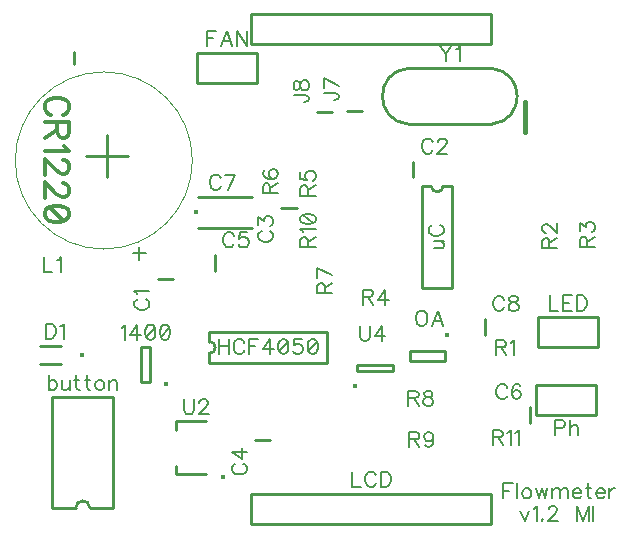
<source format=gbr>
G04 DipTrace 3.2.0.1*
G04 TopSilk.gbr*
%MOIN*%
G04 #@! TF.FileFunction,Legend,Top*
G04 #@! TF.Part,Single*
%ADD10C,0.009843*%
%ADD16C,0.001312*%
%ADD19C,0.015743*%
%ADD21C,0.015746*%
%ADD28C,0.01542*%
%ADD30C,0.015404*%
%ADD32C,0.015395*%
%ADD34C,0.015401*%
%ADD75C,0.00772*%
%ADD76C,0.015439*%
%ADD77C,0.010807*%
%ADD78C,0.012351*%
%FSLAX26Y26*%
G04*
G70*
G90*
G75*
G01*
G04 TopSilk*
%LPD*%
X924322Y1296094D2*
D10*
X975463D1*
X1777192Y1635371D2*
Y1686513D1*
X1336778Y1533570D2*
X1387920D1*
X1249287Y758651D2*
X1300429D1*
X1114761Y1322904D2*
Y1374046D1*
X2166129Y867849D2*
Y816707D1*
D19*
X1051439Y1517207D3*
X1059860Y1464333D2*
D10*
X1239866D1*
X1059860Y1570081D2*
X1239866D1*
X2014667Y1110427D2*
Y1161568D1*
X602310Y1010759D2*
X531431D1*
X602310Y1073753D2*
X531431D1*
D21*
X671200Y1042256D3*
X826151Y1706652D2*
D10*
X686138D1*
X756164Y1776614D2*
Y1636614D1*
X1237357Y579811D2*
X2037357D1*
X1237357Y479811D2*
Y579811D1*
Y479811D2*
X2037357D1*
Y579811D1*
X2387257Y842273D2*
Y942273D1*
X2187257Y842273D2*
X2387257D1*
X2187257D2*
Y942273D1*
X2387257D1*
X2193496Y1167249D2*
Y1067249D1*
X2393496Y1167249D2*
X2193496D1*
X2393496D2*
Y1067249D1*
X2193496D1*
X1256126Y1948407D2*
Y2048407D1*
X1056126Y1948407D2*
X1256126D1*
X1056126D2*
Y2048407D1*
X1256126D1*
X1606647Y1857058D2*
X1555505D1*
X1506657Y1850808D2*
X1455516D1*
X1805062Y1605370D2*
Y1266777D1*
X1907439Y1605370D2*
Y1266777D1*
X1805062D2*
X1907439D1*
X1805062Y1605370D2*
X1836556D1*
X1875945D2*
X1907439D1*
X1836556D2*
G03X1875945Y1605370I19694J-12D01*
G01*
X1085491Y644018D2*
X987085D1*
Y673558D1*
Y791643D2*
Y821184D1*
X1085491D1*
D28*
X1144121Y634921D3*
D30*
X1581474Y940058D3*
X1590675Y990199D2*
D10*
X1708780D1*
Y1009885D1*
X1590675D1*
Y990199D1*
D32*
X954019Y946601D3*
X899954Y951863D2*
D10*
Y1069971D1*
X868463Y951863D2*
Y1069971D1*
X899954D2*
X868463D1*
X899954Y951863D2*
X868463D1*
D34*
X1889210Y1108877D3*
X1883948Y1054812D2*
D10*
X1765840D1*
X1883948Y1023321D2*
X1765840D1*
Y1054812D2*
Y1023321D1*
X1883948Y1054812D2*
Y1023321D1*
X777272Y902341D2*
X572539D1*
X777272Y532262D2*
Y902341D1*
X572539Y532262D2*
Y902341D1*
X777272Y532262D2*
X698531D1*
X572539D2*
X651280D1*
X698531D2*
G03X651280Y532262I-23626J-15D01*
G01*
X1096866Y1016185D2*
X1490535D1*
X1096866Y1118561D2*
X1490535D1*
Y1016185D2*
Y1118561D1*
X1096866Y1016185D2*
Y1047678D1*
Y1087067D2*
Y1118561D1*
Y1047678D2*
G03X1096866Y1087067I-11J19694D01*
G01*
X2038197Y1997541D2*
X1758869D1*
X2038197Y1811793D2*
X1758869D1*
X2038197D2*
G03X2038197Y1997541I-8216J92874D01*
G01*
X1758869D2*
G03X1758869Y1811793I8216J-92874D01*
G01*
X1237357Y2179643D2*
X2037357D1*
X1237357Y2079643D2*
Y2179643D1*
Y2079643D2*
X2037357D1*
Y2179643D1*
X449953Y1690601D2*
D16*
G02X449953Y1690601I295276J0D01*
G01*
X859080Y1229437D2*
D75*
X854327Y1227060D1*
X849518Y1222252D1*
X847142Y1217498D1*
Y1207937D1*
X849518Y1203128D1*
X854327Y1198375D1*
X859080Y1195943D1*
X866265Y1193567D1*
X878259D1*
X885388Y1195943D1*
X890197Y1198375D1*
X894950Y1203128D1*
X897382Y1207937D1*
Y1217498D1*
X894950Y1222251D1*
X890197Y1227060D1*
X885388Y1229437D1*
X856759Y1244876D2*
X854327Y1249684D1*
X847197Y1256869D1*
X897382D1*
X1841537Y1751755D2*
X1839160Y1756508D1*
X1834352Y1761316D1*
X1829599Y1763693D1*
X1820037D1*
X1815229Y1761316D1*
X1810475Y1756508D1*
X1808044Y1751755D1*
X1805667Y1744570D1*
Y1732576D1*
X1808044Y1725446D1*
X1810475Y1720638D1*
X1815229Y1715885D1*
X1820037Y1713453D1*
X1829599D1*
X1834352Y1715885D1*
X1839160Y1720638D1*
X1841537Y1725446D1*
X1859408Y1751699D2*
Y1754076D1*
X1861785Y1758884D1*
X1864161Y1761261D1*
X1868970Y1763638D1*
X1878531D1*
X1883284Y1761261D1*
X1885661Y1758884D1*
X1888093Y1754076D1*
Y1749323D1*
X1885661Y1744514D1*
X1880908Y1737385D1*
X1856976Y1713453D1*
X1890469D1*
X1271537Y1456162D2*
X1266784Y1453785D1*
X1261975Y1448977D1*
X1259598Y1444223D1*
Y1434662D1*
X1261975Y1429853D1*
X1266783Y1425100D1*
X1271537Y1422668D1*
X1278722Y1420292D1*
X1290715D1*
X1297845Y1422668D1*
X1302653Y1425100D1*
X1307407Y1429853D1*
X1309839Y1434662D1*
Y1444223D1*
X1307407Y1448977D1*
X1302653Y1453785D1*
X1297845Y1456162D1*
X1259654Y1476409D2*
Y1502662D1*
X1278777Y1488348D1*
Y1495533D1*
X1281154Y1500286D1*
X1283530Y1502662D1*
X1290715Y1505094D1*
X1295468D1*
X1302653Y1502662D1*
X1307462Y1497909D1*
X1309838Y1490724D1*
Y1483539D1*
X1307462Y1476409D1*
X1305030Y1474033D1*
X1300277Y1471601D1*
X1184046Y680055D2*
X1179293Y677678D1*
X1174484Y672870D1*
X1172108Y668117D1*
Y658555D1*
X1174484Y653746D1*
X1179293Y648993D1*
X1184046Y646561D1*
X1191231Y644185D1*
X1203224D1*
X1210354Y646561D1*
X1215163Y648993D1*
X1219916Y653746D1*
X1222348Y658555D1*
Y668116D1*
X1219916Y672870D1*
X1215163Y677678D1*
X1210354Y680055D1*
X1222348Y719426D2*
X1172163D1*
X1205601Y695494D1*
Y731364D1*
X1179106Y1439287D2*
X1176730Y1444041D1*
X1171921Y1448849D1*
X1167168Y1451226D1*
X1157607D1*
X1152798Y1448849D1*
X1148045Y1444041D1*
X1145613Y1439287D1*
X1143237Y1432102D1*
Y1420109D1*
X1145613Y1412979D1*
X1148045Y1408171D1*
X1152798Y1403418D1*
X1157607Y1400986D1*
X1167168D1*
X1171921Y1403418D1*
X1176730Y1408171D1*
X1179106Y1412979D1*
X1223231Y1451170D2*
X1199354D1*
X1196978Y1429671D1*
X1199354Y1432047D1*
X1206539Y1434479D1*
X1213669D1*
X1220854Y1432047D1*
X1225662Y1427294D1*
X1228039Y1420109D1*
Y1415356D1*
X1225662Y1408171D1*
X1220854Y1403362D1*
X1213669Y1400986D1*
X1206539D1*
X1199354Y1403362D1*
X1196978Y1405794D1*
X1194546Y1410547D1*
X2089937Y933091D2*
X2087560Y937844D1*
X2082752Y942652D1*
X2077998Y945029D1*
X2068437D1*
X2063628Y942652D1*
X2058875Y937844D1*
X2056443Y933091D1*
X2054067Y925906D1*
Y913912D1*
X2056443Y906782D1*
X2058875Y901974D1*
X2063628Y897221D1*
X2068437Y894789D1*
X2077998D1*
X2082752Y897221D1*
X2087560Y901974D1*
X2089937Y906782D1*
X2134061Y937844D2*
X2131684Y942597D1*
X2124499Y944974D1*
X2119746D1*
X2112561Y942597D1*
X2107752Y935412D1*
X2105376Y923474D1*
Y911536D1*
X2107752Y901974D1*
X2112561Y897165D1*
X2119746Y894789D1*
X2122122D1*
X2129252Y897165D1*
X2134061Y901974D1*
X2136437Y909159D1*
Y911536D1*
X2134061Y918721D1*
X2129252Y923474D1*
X2122122Y925850D1*
X2119746D1*
X2112561Y923474D1*
X2107752Y918721D1*
X2105376Y911536D1*
X1135185Y1631366D2*
X1132809Y1636119D1*
X1128000Y1640928D1*
X1123247Y1643304D1*
X1113685D1*
X1108877Y1640928D1*
X1104124Y1636119D1*
X1101692Y1631366D1*
X1099315Y1624181D1*
Y1612188D1*
X1101692Y1605058D1*
X1104124Y1600249D1*
X1108877Y1595496D1*
X1113685Y1593064D1*
X1123247D1*
X1128000Y1595496D1*
X1132809Y1600249D1*
X1135185Y1605058D1*
X1160186Y1593064D2*
X1184118Y1643249D1*
X1150624D1*
X2079040Y1226810D2*
X2076663Y1231563D1*
X2071855Y1236371D1*
X2067101Y1238748D1*
X2057540D1*
X2052731Y1236371D1*
X2047978Y1231563D1*
X2045546Y1226810D1*
X2043170Y1219625D1*
Y1207631D1*
X2045546Y1200501D1*
X2047978Y1195693D1*
X2052731Y1190940D1*
X2057540Y1188508D1*
X2067101D1*
X2071855Y1190940D1*
X2076663Y1195693D1*
X2079040Y1200501D1*
X2106417Y1238693D2*
X2099287Y1236316D1*
X2096855Y1231563D1*
Y1226755D1*
X2099287Y1222001D1*
X2104040Y1219569D1*
X2113602Y1217193D1*
X2120787Y1214816D1*
X2125540Y1210008D1*
X2127917Y1205255D1*
Y1198070D1*
X2125540Y1193316D1*
X2123164Y1190885D1*
X2115979Y1188508D1*
X2106417D1*
X2099287Y1190885D1*
X2096855Y1193316D1*
X2094479Y1198070D1*
Y1205255D1*
X2096855Y1210008D1*
X2101664Y1214816D1*
X2108794Y1217193D1*
X2118355Y1219569D1*
X2123164Y1222001D1*
X2125540Y1226755D1*
Y1231563D1*
X2123164Y1236316D1*
X2115979Y1238693D1*
X2106417D1*
X551170Y1146976D2*
Y1096736D1*
X567916D1*
X575101Y1099168D1*
X579910Y1103921D1*
X582286Y1108730D1*
X584663Y1115860D1*
Y1127853D1*
X582286Y1135038D1*
X579910Y1139791D1*
X575101Y1144600D1*
X567916Y1146976D1*
X551170D1*
X600102Y1137359D2*
X604911Y1139791D1*
X612096Y1146921D1*
Y1096736D1*
X1572894Y653034D2*
Y602794D1*
X1601579D1*
X1652888Y641096D2*
X1650511Y645849D1*
X1645703Y650658D1*
X1640949Y653034D1*
X1631388D1*
X1626579Y650658D1*
X1621826Y645849D1*
X1619394Y641096D1*
X1617018Y633911D1*
Y621917D1*
X1619394Y614788D1*
X1621826Y609979D1*
X1626579Y605226D1*
X1631388Y602794D1*
X1640949D1*
X1645703Y605226D1*
X1650511Y609979D1*
X1652888Y614788D1*
X1668327Y653034D2*
Y602794D1*
X1685074D1*
X1692259Y605226D1*
X1697067Y609979D1*
X1699444Y614788D1*
X1701820Y621917D1*
Y633911D1*
X1699444Y641096D1*
X1697067Y645849D1*
X1692259Y650658D1*
X1685074Y653034D1*
X1668327D1*
X2249637Y799006D2*
X2271192D1*
X2278322Y801383D1*
X2280754Y803814D1*
X2283130Y808568D1*
Y815753D1*
X2280754Y820506D1*
X2278322Y822938D1*
X2271192Y825314D1*
X2249637D1*
Y775074D1*
X2298569Y825314D2*
Y775074D1*
Y799006D2*
X2305754Y806191D1*
X2310563Y808568D1*
X2317748D1*
X2322501Y806191D1*
X2324878Y799006D1*
Y775074D1*
X2231437Y1240472D2*
Y1190232D1*
X2260122D1*
X2306623Y1240472D2*
X2275561D1*
Y1190232D1*
X2306623D1*
X2275561Y1216541D2*
X2294684D1*
X2322062Y1240472D2*
Y1190232D1*
X2338808D1*
X2345994Y1192664D1*
X2350802Y1197417D1*
X2353179Y1202226D1*
X2355555Y1209356D1*
Y1221349D1*
X2353179Y1228534D1*
X2350802Y1233287D1*
X2345994Y1238096D1*
X2338808Y1240472D1*
X2322062D1*
X1120348Y2121630D2*
X1089231D1*
Y2071390D1*
Y2097698D2*
X1108354D1*
X1174089Y2071390D2*
X1154910Y2121630D1*
X1135787Y2071390D1*
X1142972Y2088137D2*
X1166904D1*
X1223021Y2121630D2*
Y2071390D1*
X1189528Y2121630D1*
Y2071390D1*
X1478326Y1915434D2*
X1516572D1*
X1523757Y1913057D1*
X1526134Y1910626D1*
X1528566Y1905872D1*
Y1901064D1*
X1526134Y1896311D1*
X1523757Y1893934D1*
X1516572Y1891502D1*
X1511819D1*
X1528566Y1940435D2*
X1478381Y1964367D1*
Y1930873D1*
X1378336Y1909212D2*
X1416583D1*
X1423768Y1906836D1*
X1426144Y1904404D1*
X1428576Y1899651D1*
Y1894842D1*
X1426144Y1890089D1*
X1423768Y1887713D1*
X1416582Y1885281D1*
X1411829D1*
X1378391Y1936590D2*
X1380768Y1929460D1*
X1385521Y1927028D1*
X1390330D1*
X1395083Y1929460D1*
X1397515Y1934213D1*
X1399891Y1943775D1*
X1402268Y1950960D1*
X1407076Y1955713D1*
X1411829Y1958090D1*
X1419014D1*
X1423768Y1955713D1*
X1426199Y1953336D1*
X1428576Y1946151D1*
Y1936590D1*
X1426199Y1929460D1*
X1423768Y1927028D1*
X1419014Y1924652D1*
X1411829D1*
X1407076Y1927028D1*
X1402268Y1931837D1*
X1399891Y1938966D1*
X1397515Y1948528D1*
X1395083Y1953336D1*
X1390330Y1955713D1*
X1385521D1*
X1380768Y1953336D1*
X1378391Y1946151D1*
Y1936590D1*
X545343Y1367577D2*
Y1317337D1*
X574028D1*
X589467Y1357961D2*
X594275Y1360392D1*
X601460Y1367522D1*
Y1317337D1*
X2052684Y1067394D2*
X2074184D1*
X2081369Y1069826D1*
X2083801Y1072202D1*
X2086177Y1076955D1*
Y1081764D1*
X2083801Y1086517D1*
X2081369Y1088949D1*
X2074184Y1091325D1*
X2052684D1*
Y1041085D1*
X2069431Y1067394D2*
X2086177Y1041085D1*
X2101617Y1081709D2*
X2106425Y1084140D1*
X2113610Y1091270D1*
Y1041085D1*
X2230774Y1398785D2*
Y1420284D1*
X2228342Y1427469D1*
X2225966Y1429901D1*
X2221213Y1432278D1*
X2216404D1*
X2211651Y1429901D1*
X2209219Y1427469D1*
X2206843Y1420284D1*
Y1398785D1*
X2257083D1*
X2230774Y1415531D2*
X2257083Y1432278D1*
X2218836Y1450149D2*
X2216460D1*
X2211651Y1452526D1*
X2209274Y1454902D1*
X2206898Y1459711D1*
Y1469272D1*
X2209274Y1474025D1*
X2211651Y1476402D1*
X2216460Y1478834D1*
X2221213D1*
X2226021Y1476402D1*
X2233151Y1471649D1*
X2257083Y1447717D1*
Y1481210D1*
X2355761Y1403220D2*
Y1424720D1*
X2353329Y1431905D1*
X2350953Y1434337D1*
X2346200Y1436714D1*
X2341391D1*
X2336638Y1434337D1*
X2334206Y1431905D1*
X2331829Y1424720D1*
Y1403220D1*
X2382069D1*
X2355761Y1419967D2*
X2382069Y1436713D1*
X2331885Y1456961D2*
Y1483214D1*
X2351008Y1468899D1*
Y1476084D1*
X2353385Y1480838D1*
X2355761Y1483214D1*
X2362946Y1485646D1*
X2367699D1*
X2374884Y1483214D1*
X2379693Y1478461D1*
X2382069Y1471276D1*
Y1464091D1*
X2379693Y1456961D1*
X2377261Y1454585D1*
X2372508Y1452153D1*
X1424609Y1573766D2*
Y1595266D1*
X1422177Y1602451D1*
X1419801Y1604883D1*
X1415047Y1607259D1*
X1410239D1*
X1405486Y1604883D1*
X1403054Y1602451D1*
X1400677Y1595266D1*
Y1573766D1*
X1450917D1*
X1424609Y1590513D2*
X1450917Y1607259D1*
X1400733Y1651384D2*
Y1627507D1*
X1422232Y1625131D1*
X1419856Y1627507D1*
X1417424Y1634692D1*
Y1641822D1*
X1419856Y1649007D1*
X1424609Y1653815D1*
X1431794Y1656192D1*
X1436547D1*
X1443732Y1653815D1*
X1448541Y1649007D1*
X1450917Y1641822D1*
Y1634692D1*
X1448541Y1627507D1*
X1446109Y1625131D1*
X1441356Y1622699D1*
X1299622Y1581231D2*
Y1602731D1*
X1297190Y1609916D1*
X1294814Y1612348D1*
X1290060Y1614725D1*
X1285252D1*
X1280499Y1612348D1*
X1278067Y1609916D1*
X1275690Y1602731D1*
Y1581231D1*
X1325930D1*
X1299622Y1597978D2*
X1325930Y1614725D1*
X1282875Y1658849D2*
X1278122Y1656472D1*
X1275746Y1649287D1*
Y1644534D1*
X1278122Y1637349D1*
X1285307Y1632541D1*
X1297245Y1630164D1*
X1309184D1*
X1318745Y1632541D1*
X1323554Y1637349D1*
X1325930Y1644534D1*
Y1646911D1*
X1323554Y1654040D1*
X1318745Y1658849D1*
X1311560Y1661225D1*
X1309184D1*
X1301999Y1658849D1*
X1297245Y1654040D1*
X1294869Y1646911D1*
Y1644534D1*
X1297245Y1637349D1*
X1301999Y1632541D1*
X1309184Y1630164D1*
X1480853Y1248800D2*
Y1270300D1*
X1478421Y1277485D1*
X1476045Y1279917D1*
X1471291Y1282294D1*
X1466483D1*
X1461730Y1279917D1*
X1459298Y1277485D1*
X1456921Y1270300D1*
Y1248800D1*
X1507161D1*
X1480853Y1265547D2*
X1507161Y1282294D1*
Y1307294D2*
X1456977Y1331226D1*
Y1297733D1*
X1760836Y898756D2*
X1782336D1*
X1789521Y901188D1*
X1791952Y903564D1*
X1794329Y908318D1*
Y913126D1*
X1791952Y917879D1*
X1789521Y920311D1*
X1782336Y922688D1*
X1760836D1*
Y872448D1*
X1777582Y898756D2*
X1794329Y872448D1*
X1821706Y922632D2*
X1814577Y920256D1*
X1812145Y915503D1*
Y910694D1*
X1814577Y905941D1*
X1819330Y903509D1*
X1828892Y901133D1*
X1836077Y898756D1*
X1840830Y893947D1*
X1843206Y889194D1*
Y882009D1*
X1840830Y877256D1*
X1838453Y874824D1*
X1831268Y872448D1*
X1821706D1*
X1814577Y874824D1*
X1812145Y877256D1*
X1809768Y882009D1*
Y889194D1*
X1812145Y893947D1*
X1816953Y898756D1*
X1824083Y901133D1*
X1833645Y903509D1*
X1838453Y905941D1*
X1840830Y910694D1*
Y915503D1*
X1838453Y920256D1*
X1831268Y922632D1*
X1821706D1*
X1763810Y761270D2*
X1785310D1*
X1792495Y763702D1*
X1794927Y766079D1*
X1797303Y770832D1*
Y775640D1*
X1794927Y780394D1*
X1792495Y782825D1*
X1785310Y785202D1*
X1763810D1*
Y734962D1*
X1780557Y761270D2*
X1797303Y734962D1*
X1843859Y768455D2*
X1841427Y761270D1*
X1836674Y756462D1*
X1829489Y754085D1*
X1827113D1*
X1819928Y756462D1*
X1815174Y761270D1*
X1812743Y768455D1*
Y770832D1*
X1815174Y778017D1*
X1819928Y782770D1*
X1827113Y785147D1*
X1829489D1*
X1836674Y782770D1*
X1841427Y778017D1*
X1843859Y768455D1*
Y756462D1*
X1841427Y744524D1*
X1836674Y737339D1*
X1829489Y734962D1*
X1824736D1*
X1817551Y737339D1*
X1815174Y742147D1*
X1424609Y1402003D2*
Y1423502D1*
X1422177Y1430687D1*
X1419801Y1433119D1*
X1415047Y1435496D1*
X1410239D1*
X1405486Y1433119D1*
X1403054Y1430687D1*
X1400677Y1423502D1*
Y1402003D1*
X1450917D1*
X1424609Y1418749D2*
X1450917Y1435496D1*
X1410294Y1450935D2*
X1407862Y1455744D1*
X1400733Y1462929D1*
X1450917D1*
X1400733Y1492738D2*
X1403109Y1485553D1*
X1410294Y1480744D1*
X1422232Y1478368D1*
X1429417D1*
X1441356Y1480744D1*
X1448541Y1485553D1*
X1450917Y1492738D1*
Y1497491D1*
X1448541Y1504676D1*
X1441356Y1509429D1*
X1429417Y1511861D1*
X1422232D1*
X1410294Y1509429D1*
X1403109Y1504676D1*
X1400733Y1497491D1*
Y1492738D1*
X1410294Y1509429D2*
X1441356Y1480744D1*
X2040876Y767520D2*
X2062376D1*
X2069561Y769952D1*
X2071992Y772328D1*
X2074369Y777081D1*
Y781890D1*
X2071992Y786643D1*
X2069561Y789075D1*
X2062376Y791451D1*
X2040876D1*
Y741211D1*
X2057622Y767520D2*
X2074369Y741211D1*
X2089808Y781835D2*
X2094617Y784266D1*
X2101802Y791396D1*
Y741211D1*
X2117241Y781835D2*
X2122049Y784266D1*
X2129235Y791396D1*
Y741211D1*
X1844865Y1397265D2*
X1868797D1*
X1875927Y1399641D1*
X1878359Y1404450D1*
Y1411635D1*
X1875927Y1416388D1*
X1868797Y1423573D1*
X1844865D2*
X1878359D1*
X1840057Y1474882D2*
X1835304Y1472506D1*
X1830495Y1467697D1*
X1828119Y1462944D1*
Y1453382D1*
X1830495Y1448574D1*
X1835304Y1443821D1*
X1840057Y1441389D1*
X1847242Y1439012D1*
X1859235D1*
X1866365Y1441389D1*
X1871173Y1443821D1*
X1875927Y1448574D1*
X1878359Y1453382D1*
Y1462944D1*
X1875927Y1467697D1*
X1871173Y1472506D1*
X1866365Y1474882D1*
X1012795Y894407D2*
Y858537D1*
X1015172Y851352D1*
X1019980Y846599D1*
X1027165Y844167D1*
X1031918D1*
X1039103Y846599D1*
X1043912Y851352D1*
X1046288Y858537D1*
Y894407D1*
X1064159Y882413D2*
Y884790D1*
X1066536Y889598D1*
X1068913Y891975D1*
X1073721Y894352D1*
X1083283D1*
X1088036Y891975D1*
X1090412Y889598D1*
X1092844Y884790D1*
Y880037D1*
X1090412Y875228D1*
X1085659Y868099D1*
X1061727Y844167D1*
X1095221D1*
X1598874Y1139210D2*
Y1103340D1*
X1601251Y1096155D1*
X1606059Y1091402D1*
X1613244Y1088970D1*
X1617998D1*
X1625183Y1091402D1*
X1629991Y1096155D1*
X1632368Y1103340D1*
Y1139210D1*
X1671739Y1088970D2*
Y1139155D1*
X1647807Y1105717D1*
X1683677D1*
X804995Y1133577D2*
X809803Y1136009D1*
X816988Y1143139D1*
Y1092954D1*
X856359D2*
Y1143139D1*
X832428Y1109701D1*
X868297D1*
X898107Y1143139D2*
X890922Y1140762D1*
X886113Y1133577D1*
X883737Y1121639D1*
Y1114454D1*
X886113Y1102516D1*
X890922Y1095331D1*
X898107Y1092954D1*
X902860D1*
X910045Y1095331D1*
X914798Y1102516D1*
X917230Y1114454D1*
Y1121639D1*
X914798Y1133577D1*
X910045Y1140762D1*
X902860Y1143139D1*
X898107D1*
X914798Y1133577D2*
X886113Y1102516D1*
X947039Y1143139D2*
X939854Y1140762D1*
X935046Y1133577D1*
X932669Y1121639D1*
Y1114454D1*
X935046Y1102516D1*
X939854Y1095331D1*
X947039Y1092954D1*
X951793D1*
X958978Y1095331D1*
X963731Y1102516D1*
X966163Y1114454D1*
Y1121639D1*
X963731Y1133577D1*
X958978Y1140762D1*
X951793Y1143139D1*
X947039D1*
X963731Y1133577D2*
X935046Y1102516D1*
X1799752Y1189798D2*
X1794943Y1187421D1*
X1790190Y1182613D1*
X1787758Y1177860D1*
X1785382Y1170675D1*
Y1158681D1*
X1787758Y1151551D1*
X1790190Y1146743D1*
X1794943Y1141990D1*
X1799752Y1139558D1*
X1809313D1*
X1814066Y1141990D1*
X1818875Y1146743D1*
X1821251Y1151551D1*
X1823628Y1158681D1*
Y1170675D1*
X1821251Y1177860D1*
X1818875Y1182613D1*
X1814066Y1187421D1*
X1809313Y1189798D1*
X1799752D1*
X1877369Y1139558D2*
X1858191Y1189798D1*
X1839067Y1139558D1*
X1846252Y1156305D2*
X1870184D1*
X560975Y975564D2*
Y925324D1*
Y951633D2*
X565783Y956441D1*
X570537Y958818D1*
X577722D1*
X582475Y956441D1*
X587283Y951633D1*
X589660Y944448D1*
Y939694D1*
X587283Y932509D1*
X582475Y927756D1*
X577722Y925324D1*
X570537D1*
X565783Y927756D1*
X560975Y932509D1*
X605099Y958818D2*
Y934886D1*
X607476Y927756D1*
X612284Y925324D1*
X619469D1*
X624222Y927756D1*
X631407Y934886D1*
Y958818D2*
Y925324D1*
X654032Y975564D2*
Y934886D1*
X656408Y927756D1*
X661217Y925324D1*
X665970D1*
X646847Y958818D2*
X663593D1*
X688594Y975564D2*
Y934886D1*
X690971Y927756D1*
X695779Y925324D1*
X700532D1*
X681409Y958818D2*
X698156D1*
X727910D2*
X723157Y956441D1*
X718348Y951633D1*
X715972Y944448D1*
Y939694D1*
X718348Y932509D1*
X723157Y927756D1*
X727910Y925324D1*
X735095D1*
X739903Y927756D1*
X744657Y932509D1*
X747088Y939694D1*
Y944448D1*
X744657Y951633D1*
X739903Y956441D1*
X735095Y958818D1*
X727910D1*
X762528D2*
Y925324D1*
Y949256D2*
X769713Y956441D1*
X774521Y958818D1*
X781651D1*
X786459Y956441D1*
X788836Y949256D1*
Y925324D1*
X1128968Y1095505D2*
Y1045265D1*
X1162461Y1095505D2*
Y1045265D1*
X1128968Y1071573D2*
X1162461D1*
X1213771Y1083567D2*
X1211394Y1088320D1*
X1206586Y1093128D1*
X1201832Y1095505D1*
X1192271D1*
X1187462Y1093128D1*
X1182709Y1088320D1*
X1180277Y1083567D1*
X1177901Y1076382D1*
Y1064388D1*
X1180277Y1057258D1*
X1182709Y1052450D1*
X1187462Y1047697D1*
X1192271Y1045265D1*
X1201832D1*
X1206586Y1047697D1*
X1211394Y1052450D1*
X1213771Y1057258D1*
X1260327Y1095505D2*
X1229210D1*
Y1045265D1*
Y1071573D2*
X1248333D1*
X1299698Y1045265D2*
Y1095450D1*
X1275766Y1062012D1*
X1311636D1*
X1341445Y1095450D2*
X1334260Y1093073D1*
X1329452Y1085888D1*
X1327075Y1073950D1*
Y1066765D1*
X1329452Y1054827D1*
X1334260Y1047641D1*
X1341445Y1045265D1*
X1346198D1*
X1353383Y1047641D1*
X1358136Y1054827D1*
X1360568Y1066765D1*
Y1073950D1*
X1358136Y1085888D1*
X1353383Y1093073D1*
X1346198Y1095450D1*
X1341445D1*
X1358136Y1085888D2*
X1329452Y1054827D1*
X1404692Y1095450D2*
X1380816D1*
X1378439Y1073950D1*
X1380816Y1076326D1*
X1388001Y1078758D1*
X1395131D1*
X1402316Y1076326D1*
X1407124Y1071573D1*
X1409501Y1064388D1*
Y1059635D1*
X1407124Y1052450D1*
X1402316Y1047641D1*
X1395131Y1045265D1*
X1388001D1*
X1380816Y1047641D1*
X1378439Y1050073D1*
X1376008Y1054827D1*
X1439310Y1095450D2*
X1432125Y1093073D1*
X1427317Y1085888D1*
X1424940Y1073950D1*
Y1066765D1*
X1427317Y1054827D1*
X1432125Y1047641D1*
X1439310Y1045265D1*
X1444063D1*
X1451248Y1047641D1*
X1456002Y1054827D1*
X1458434Y1066765D1*
Y1073950D1*
X1456002Y1085888D1*
X1451248Y1093073D1*
X1444063Y1095450D1*
X1439310D1*
X1456002Y1085888D2*
X1427317Y1054827D1*
X1865693Y2070764D2*
X1884816Y2046832D1*
Y2020524D1*
X1903940Y2070764D2*
X1884816Y2046832D1*
X1919379Y2061147D2*
X1924187Y2063579D1*
X1931372Y2070708D1*
Y2020524D1*
X1609635Y1236221D2*
X1631135D1*
X1638320Y1238652D1*
X1640752Y1241029D1*
X1643129Y1245782D1*
Y1250591D1*
X1640752Y1255344D1*
X1638320Y1257776D1*
X1631135Y1260152D1*
X1609635D1*
Y1209912D1*
X1626382Y1236221D2*
X1643129Y1209912D1*
X1682500D2*
Y1260097D1*
X1658568Y1226659D1*
X1694438D1*
X2149767Y1884718D2*
D76*
Y1784238D1*
X2108281Y614312D2*
D75*
X2077164D1*
Y564072D1*
Y590380D2*
X2096288D1*
X2123720Y614312D2*
Y564072D1*
X2151098Y597565D2*
X2146345Y595188D1*
X2141536Y590380D1*
X2139160Y583195D1*
Y578442D1*
X2141536Y571257D1*
X2146345Y566504D1*
X2151098Y564072D1*
X2158283D1*
X2163091Y566504D1*
X2167844Y571257D1*
X2170276Y578442D1*
Y583195D1*
X2167844Y590380D1*
X2163091Y595188D1*
X2158283Y597565D1*
X2151098D1*
X2185716D2*
X2195277Y564072D1*
X2204839Y597565D1*
X2214400Y564072D1*
X2223962Y597565D1*
X2239401D2*
Y564072D1*
Y588003D2*
X2246586Y595188D1*
X2251395Y597565D1*
X2258525D1*
X2263333Y595188D1*
X2265710Y588003D1*
Y564072D1*
Y588003D2*
X2272895Y595188D1*
X2277703Y597565D1*
X2284833D1*
X2289641Y595188D1*
X2292073Y588003D1*
Y564072D1*
X2307512Y583195D2*
X2336197D1*
Y588003D1*
X2333821Y592812D1*
X2331444Y595188D1*
X2326636Y597565D1*
X2319451D1*
X2314697Y595188D1*
X2309889Y590380D1*
X2307512Y583195D1*
Y578442D1*
X2309889Y571257D1*
X2314697Y566504D1*
X2319451Y564072D1*
X2326636D1*
X2331444Y566504D1*
X2336197Y571257D1*
X2358822Y614312D2*
Y573633D1*
X2361198Y566504D1*
X2366007Y564072D1*
X2370760D1*
X2351637Y597565D2*
X2368383D1*
X2386199Y583195D2*
X2414884D1*
Y588003D1*
X2412507Y592812D1*
X2410131Y595188D1*
X2405322Y597565D1*
X2398137D1*
X2393384Y595188D1*
X2388576Y590380D1*
X2386199Y583195D1*
Y578442D1*
X2388576Y571257D1*
X2393384Y566504D1*
X2398137Y564072D1*
X2405322D1*
X2410131Y566504D1*
X2414884Y571257D1*
X2430323Y597565D2*
Y564072D1*
Y583195D2*
X2432755Y590380D1*
X2437508Y595188D1*
X2442317Y597565D1*
X2449502D1*
X2133408Y522573D2*
X2147778Y489080D1*
X2162093Y522573D1*
X2177533Y529703D2*
X2182341Y532134D1*
X2189526Y539264D1*
Y489080D1*
X2207342Y493888D2*
X2204965Y491456D1*
X2207342Y489080D1*
X2209774Y491456D1*
X2207342Y493888D1*
X2227645Y527326D2*
Y529703D1*
X2230021Y534511D1*
X2232398Y536888D1*
X2237206Y539264D1*
X2246768D1*
X2251521Y536888D1*
X2253898Y534511D1*
X2256330Y529703D1*
Y524949D1*
X2253898Y520141D1*
X2249145Y513011D1*
X2225213Y489080D1*
X2258706D1*
X2360993D2*
Y539320D1*
X2341870Y489080D1*
X2322746Y539320D1*
Y489080D1*
X2376432Y539320D2*
Y489080D1*
X647219Y2051212D2*
D77*
Y2012524D1*
X609937Y1843042D2*
D78*
X617542Y1846845D1*
X625236Y1854538D1*
X629038Y1862143D1*
Y1877442D1*
X625236Y1885135D1*
X617542Y1892740D1*
X609937Y1896631D1*
X598441Y1900434D1*
X579251D1*
X567844Y1896631D1*
X560150Y1892740D1*
X552545Y1885135D1*
X548654Y1877442D1*
Y1862143D1*
X552545Y1854538D1*
X560150Y1846845D1*
X567844Y1843042D1*
X590747Y1818339D2*
Y1783940D1*
X594638Y1772443D1*
X598441Y1768553D1*
X606046Y1764750D1*
X613740D1*
X621345Y1768552D1*
X625236Y1772443D1*
X629038Y1783940D1*
Y1818339D1*
X548654D1*
X590747Y1791545D2*
X548654Y1764750D1*
X613651Y1740047D2*
X617542Y1732354D1*
X628950Y1720858D1*
X548654D1*
X609849Y1692264D2*
X613651D1*
X621345Y1688461D1*
X625147Y1684659D1*
X628950Y1676965D1*
Y1661667D1*
X625147Y1654062D1*
X621345Y1650259D1*
X613651Y1646368D1*
X606046D1*
X598353Y1650259D1*
X586945Y1657864D1*
X548654Y1696155D1*
Y1642565D1*
X609849Y1613972D2*
X613651D1*
X621345Y1610169D1*
X625147Y1606367D1*
X628950Y1598673D1*
Y1583374D1*
X625147Y1575769D1*
X621345Y1571967D1*
X613651Y1568076D1*
X606046D1*
X598353Y1571967D1*
X586945Y1579572D1*
X548654Y1617863D1*
Y1564273D1*
X628950Y1516578D2*
X625147Y1528074D1*
X613651Y1535768D1*
X594550Y1539571D1*
X583054D1*
X563953Y1535768D1*
X552457Y1528074D1*
X548654Y1516578D1*
Y1508973D1*
X552457Y1497477D1*
X563953Y1489872D1*
X583054Y1485981D1*
X594550D1*
X613651Y1489872D1*
X625147Y1497477D1*
X628950Y1508973D1*
Y1516578D1*
X613651Y1489872D2*
X563953Y1535768D1*
X885574Y1381280D2*
D75*
X842519D1*
X864019Y1402780D2*
Y1359725D1*
M02*

</source>
